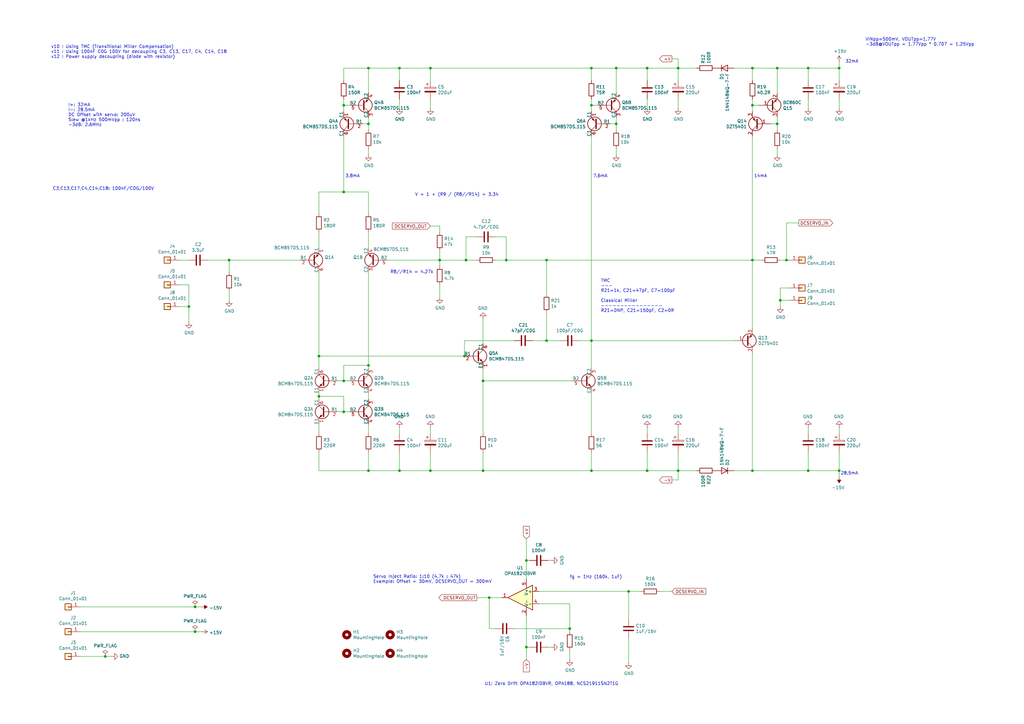
<source format=kicad_sch>
(kicad_sch (version 20231120) (generator "eeschema") (generator_version "8.0")
  (paper "A3")
  (title_block (title "Discrete Pre-Amp") (date "2025-02-11") (rev "V12 Servo"))
  (lib_symbols
    (symbol "Amplifier_Operational:OPA188xxDBV" (pin_names (offset 0.127))
      (property "Reference" "U" (at 0 5.08 0))
      (property "Value" "OPA188xxDBV" (at 0 -5.08 0))
      (symbol "OPA188xxDBV_0_1"
        (polyline (pts (xy -5.08 5.08) (xy 5.08 0) (xy -5.08 -5.08) (xy -5.08 5.08)) (stroke (width 0.254)) (fill (type background)))
        (pin power_in line (at -2.54 -7.62 90) (length 3.81) (name "V-") (number "2"))
        (pin power_in line (at -2.54 7.62 270) (length 3.81) (name "V+") (number "5"))
      )
      (symbol "OPA188xxDBV_1_1"
        (pin output line (at 7.62 0 180) (length 2.54) (name "~") (number "1"))
        (pin input line (at -7.62 2.54 0) (length 2.54) (name "+") (number "3"))
        (pin input line (at -7.62 -2.54 0) (length 2.54) (name "-") (number "4"))
      )
    )
    (symbol "Connector_Generic:Conn_01x01" (pin_names (offset 1.016) hide)
      (property "Reference" "J" (at 0 2.54 0))
      (property "Value" "Conn_01x01" (at 0 -2.54 0))
      (symbol "Conn_01x01_1_1"
        (rectangle (start -1.27 0.127) (end 0 -0.127) (stroke (width 0.1524)))
        (rectangle (start -1.27 1.27) (end 1.27 -1.27) (stroke (width 0.254)) (fill (type background)))
        (pin passive line (at -5.08 0 0) (length 3.81) (name "Pin_1") (number "1"))
      )
    )
    (symbol "Device:C" (pin_numbers hide) (pin_names (offset 0.254))
      (property "Reference" "C" (at 0.635 2.54 0))
      (property "Value" "C" (at 0.635 -2.54 0))
      (symbol "C_0_1"
        (polyline (pts (xy -2.032 -0.762) (xy 2.032 -0.762)) (stroke (width 0.508)))
        (polyline (pts (xy -2.032 0.762) (xy 2.032 0.762)) (stroke (width 0.508)))
      )
      (symbol "C_1_1"
        (pin passive line (at 0 3.81 270) (length 2.794) (name "~") (number "1"))
        (pin passive line (at 0 -3.81 90) (length 2.794) (name "~") (number "2"))
      )
    )
    (symbol "Device:C_Polarized" (pin_numbers hide) (pin_names (offset 0.254))
      (property "Reference" "C" (at 0.635 2.54 0))
      (property "Value" "C_Polarized" (at 0.635 -2.54 0))
      (symbol "C_Polarized_0_1"
        (rectangle (start -2.286 0.508) (end 2.286 1.016))
        (polyline (pts (xy -1.778 2.286) (xy -0.762 2.286)))
        (polyline (pts (xy -1.27 2.794) (xy -1.27 1.778)))
        (rectangle (start 2.286 -0.508) (end -2.286 -1.016) (fill (type outline)))
      )
      (symbol "C_Polarized_1_1"
        (pin passive line (at 0 3.81 270) (length 2.794) (name "~") (number "1"))
        (pin passive line (at 0 -3.81 90) (length 2.794) (name "~") (number "2"))
      )
    )
    (symbol "Device:R" (pin_numbers hide) (pin_names (offset 0))
      (property "Reference" "R" (at 2.032 0 90))
      (property "Value" "R" (at 0 0 90))
      (symbol "R_0_1"
        (rectangle (start -1.016 -2.54) (end 1.016 2.54) (stroke (width 0.254)))
      )
      (symbol "R_1_1"
        (pin passive line (at 0 3.81 270) (length 1.27) (name "~") (number "1"))
        (pin passive line (at 0 -3.81 90) (length 1.27) (name "~") (number "2"))
      )
    )
    (symbol "Diode:1N4148W" (pin_numbers hide) (pin_names hide)
      (property "Reference" "D" (at 0 2.54 0))
      (property "Value" "1N4148W" (at 0 -2.54 0))
      (symbol "1N4148W_0_1"
        (polyline (pts (xy -1.27 1.27) (xy -1.27 -1.27)) (stroke (width 0.254)))
        (polyline (pts (xy 1.27 0) (xy -1.27 0)))
        (polyline (pts (xy 1.27 1.27) (xy 1.27 -1.27) (xy -1.27 0) (xy 1.27 1.27)) (stroke (width 0.254)))
      )
      (symbol "1N4148W_1_1"
        (pin passive line (at -3.81 0 0) (length 2.54) (name "K") (number "1"))
        (pin passive line (at 3.81 0 180) (length 2.54) (name "A") (number "2"))
      )
    )
    (symbol "Mechanical:MountingHole" (pin_names (offset 1.016))
      (property "Reference" "H" (at 0 5.08 0))
      (property "Value" "MountingHole" (at 0 3.175 0))
      (symbol "MountingHole_0_1"
        (circle (center 0 0) (radius 1.27) (stroke (width 1.27)))
      )
    )
    (symbol "Transistor_BJT:BC860" (pin_names (offset 0) hide)
      (property "Reference" "Q" (at 5.08 1.905 0))
      (property "Value" "BC860" (at 5.08 0 0))
      (symbol "BC860_0_1"
        (polyline (pts (xy 0.635 0.635) (xy 2.54 2.54)))
        (polyline (pts (xy 0.635 -0.635) (xy 2.54 -2.54) (xy 2.54 -2.54)))
        (polyline (pts (xy 0.635 1.905) (xy 0.635 -1.905) (xy 0.635 -1.905)) (stroke (width 0.508)))
        (polyline (pts (xy 2.286 -1.778) (xy 1.778 -2.286) (xy 1.27 -1.27) (xy 2.286 -1.778) (xy 2.286 -1.778)) (fill (type outline)))
        (circle (center 1.27 0) (radius 2.8194) (stroke (width 0.254)))
      )
      (symbol "BC860_1_1"
        (pin input line (at -5.08 0 0) (length 5.715) (name "B") (number "1"))
        (pin passive line (at 2.54 -5.08 90) (length 2.54) (name "E") (number "2"))
        (pin passive line (at 2.54 5.08 270) (length 2.54) (name "C") (number "3"))
      )
    )
    (symbol "kicad-snk:BCM847DS,115" (pin_names (offset 0))
      (property "Reference" "Q" (at 5.08 1.27 0))
      (property "Value" "BCM847DS,115" (at 5.08 -1.27 0))
      (symbol "BCM847DS,115_0_1"
        (polyline (pts (xy 0.635 0) (xy -2.54 0)))
        (polyline (pts (xy 0.635 0.635) (xy 2.54 2.54)))
        (polyline (pts (xy 0.635 -0.635) (xy 2.54 -2.54) (xy 2.54 -2.54)))
        (polyline (pts (xy 0.635 1.905) (xy 0.635 -1.905) (xy 0.635 -1.905)) (stroke (width 0.508)))
        (polyline (pts (xy 1.27 -1.778) (xy 1.778 -1.27) (xy 2.286 -2.286) (xy 1.27 -1.778) (xy 1.27 -1.778)) (fill (type outline)))
        (circle (center 1.27 0) (radius 2.8194) (stroke (width 0.254)))
      )
      (symbol "BCM847DS,115_1_1"
        (pin passive line (at 2.54 -5.08 90) (length 2.54) (name "E1") (number "1"))
        (pin input line (at -5.08 0 0) (length 2.54) (name "B1") (number "2"))
        (pin passive line (at 2.54 5.08 270) (length 2.54) (name "C1") (number "6"))
      )
      (symbol "BCM847DS,115_2_1"
        (pin passive line (at 2.54 5.08 270) (length 2.54) (name "C2") (number "3"))
        (pin passive line (at 2.54 -5.08 90) (length 2.54) (name "E2") (number "4"))
        (pin input line (at -5.08 0 0) (length 2.54) (name "B2") (number "5"))
      )
    )
    (symbol "kicad-snk:BCM857DS,115" (pin_names (offset 0))
      (property "Reference" "Q" (at 5.08 1.27 0))
      (property "Value" "BCM857DS,115" (at 5.08 -1.27 0))
      (symbol "BCM857DS,115_0_1"
        (polyline (pts (xy 0.635 0) (xy -2.54 0)))
        (polyline (pts (xy 0.635 0.635) (xy 2.54 2.54)))
        (polyline (pts (xy 0.635 -0.635) (xy 2.54 -2.54) (xy 2.54 -2.54)))
        (polyline (pts (xy 0.635 1.905) (xy 0.635 -1.905) (xy 0.635 -1.905)) (stroke (width 0.508)))
        (polyline (pts (xy 2.286 -1.778) (xy 1.778 -2.286) (xy 1.27 -1.27) (xy 2.286 -1.778) (xy 2.286 -1.778)) (fill (type outline)))
        (circle (center 1.27 0) (radius 2.8194) (stroke (width 0.254)))
      )
      (symbol "BCM857DS,115_1_1"
        (pin passive line (at 2.54 -5.08 90) (length 2.54) (name "E1") (number "1"))
        (pin input line (at -5.08 0 0) (length 2.54) (name "B1") (number "2"))
        (pin passive line (at 2.54 5.08 270) (length 2.54) (name "C1") (number "6"))
      )
      (symbol "BCM857DS,115_2_1"
        (pin passive line (at 2.54 5.08 270) (length 2.54) (name "C2") (number "3"))
        (pin passive line (at 2.54 -5.08 90) (length 2.54) (name "E2") (number "4"))
        (pin input line (at -5.08 0 0) (length 2.54) (name "B2") (number "5"))
      )
    )
    (symbol "kicad-snk:DZT5401" (pin_names (offset 0) hide)
      (property "Reference" "Q" (at 5.08 1.905 0))
      (property "Value" "kicad-snk_DZT5401" (at 5.08 0 0))
      (symbol "DZT5401_0_1"
        (polyline (pts (xy 0.635 0.635) (xy 2.54 2.54)))
        (polyline (pts (xy 0.635 -0.635) (xy 2.54 -2.54) (xy 2.54 -2.54)))
        (polyline (pts (xy 0.635 1.905) (xy 0.635 -1.905) (xy 0.635 -1.905)) (stroke (width 0.508)))
        (polyline (pts (xy 2.286 -1.778) (xy 1.778 -2.286) (xy 1.27 -1.27) (xy 2.286 -1.778) (xy 2.286 -1.778)) (fill (type outline)))
        (circle (center 1.27 0) (radius 2.8194) (stroke (width 0.254)))
      )
      (symbol "DZT5401_1_1"
        (pin input line (at -5.08 0 0) (length 5.715) (name "B") (number "1"))
        (pin passive line (at 2.54 5.08 270) (length 2.54) (name "C") (number "2"))
        (pin passive line (at 2.54 -5.08 90) (length 2.54) (name "E") (number "3"))
      )
    )
    (symbol "power:+15V" (power) (pin_names (offset 0))
      (property "Value" "+15V" (at 0 3.556 0))
      (symbol "+15V_0_1"
        (polyline (pts (xy -0.762 1.27) (xy 0 2.54)))
        (polyline (pts (xy 0 0) (xy 0 2.54)))
        (polyline (pts (xy 0 2.54) (xy 0.762 1.27)))
      )
      (symbol "+15V_1_1"
        (pin power_in line (at 0 0 90) (length 0) hide (name "+15V") (number "1"))
      )
    )
    (symbol "power:-15V" (power) (pin_names (offset 0))
      (property "Value" "-15V" (at 0 3.81 0))
      (symbol "-15V_0_0"
        (pin power_in line (at 0 0 90) (length 0) hide (name "-15V") (number "1"))
      )
      (symbol "-15V_0_1"
        (polyline (pts (xy 0 0) (xy 0 1.27) (xy 0.762 1.27) (xy 0 2.54) (xy -0.762 1.27) (xy 0 1.27)) (fill (type outline)))
      )
    )
    (symbol "power:GND" (power) (pin_names (offset 0))
      (property "Value" "GND" (at 0 -3.81 0))
      (symbol "GND_0_1"
        (polyline (pts (xy 0 0) (xy 0 -1.27) (xy 1.27 -1.27) (xy 0 -2.54) (xy -1.27 -1.27) (xy 0 -1.27)))
      )
      (symbol "GND_1_1"
        (pin power_in line (at 0 0 270) (length 0) hide (name "GND") (number "1"))
      )
    )
    (symbol "power:PWR_FLAG" (power) (pin_numbers hide) (pin_names (offset 0) hide)
      (property "Value" "PWR_FLAG" (at 0 3.81 0))
      (symbol "PWR_FLAG_0_0"
        (pin power_out line (at 0 0 90) (length 0) (name "pwr") (number "1"))
      )
      (symbol "PWR_FLAG_0_1"
        (polyline (pts (xy 0 0) (xy 0 1.27) (xy -1.016 1.905) (xy 0 2.54) (xy 1.016 1.905) (xy 0 1.27)))
      )
    )
  )
  (junction (at 308.61 193.04))
  (junction (at 140.97 43.18))
  (junction (at 163.83 193.04))
  (junction (at 140.97 168.91))
  (junction (at 80.01 248.92))
  (junction (at 140.97 156.21))
  (junction (at 224.155 139.7))
  (junction (at 252.73 27.94))
  (junction (at 151.13 149.86))
  (junction (at 80.01 259.08))
  (junction (at 320.04 123.19))
  (junction (at 252.73 50.8))
  (junction (at 318.77 50.8))
  (junction (at 130.81 162.56))
  (junction (at 93.98 106.68))
  (junction (at 198.12 156.21))
  (junction (at 322.58 106.68))
  (junction (at 278.13 193.04))
  (junction (at 224.155 106.68))
  (junction (at 176.53 27.94))
  (junction (at 308.61 106.68))
  (junction (at 242.57 27.94))
  (junction (at 242.57 193.04))
  (junction (at 198.12 193.04))
  (junction (at 265.43 193.04))
  (junction (at 207.645 106.68))
  (junction (at 318.77 27.94))
  (junction (at 151.13 193.04))
  (junction (at 242.57 139.7))
  (junction (at 163.83 27.94))
  (junction (at 265.43 27.94))
  (junction (at 215.9 265.43))
  (junction (at 77.47 125.73))
  (junction (at 233.68 257.81))
  (junction (at 151.13 27.94))
  (junction (at 190.5 146.05))
  (junction (at 140.97 78.74))
  (junction (at 130.81 146.05))
  (junction (at 215.9 229.87))
  (junction (at 344.17 193.04))
  (junction (at 43.18 269.24))
  (junction (at 151.13 50.8))
  (junction (at 257.81 242.57))
  (junction (at 200.66 245.11))
  (junction (at 331.47 193.04))
  (junction (at 308.61 27.94))
  (junction (at 176.53 193.04))
  (junction (at 278.13 27.94))
  (junction (at 242.57 43.18))
  (junction (at 191.135 106.68))
  (junction (at 331.47 27.94))
  (junction (at 344.17 27.94))
  (junction (at 308.61 43.18))
  (junction (at 180.34 106.68))
  (wire (pts (xy 323.85 106.68) (xy 322.58 106.68)))
  (wire (pts (xy 33.02 259.08) (xy 80.01 259.08)))
  (wire (pts (xy 190.5 139.7) (xy 210.82 139.7)))
  (wire (pts (xy 77.47 116.84) (xy 77.47 125.73)))
  (wire (pts (xy 327.66 91.44) (xy 322.58 91.44)))
  (wire (pts (xy 237.49 139.7) (xy 242.57 139.7)))
  (wire (pts (xy 233.68 266.7) (xy 233.68 270.51)))
  (wire (pts (xy 278.13 177.8) (xy 278.13 175.26)))
  (wire (pts (xy 180.34 106.68) (xy 191.135 106.68)))
  (wire (pts (xy 203.2 257.81) (xy 200.66 257.81)))
  (wire (pts (xy 242.57 185.42) (xy 242.57 193.04)))
  (wire (pts (xy 163.83 27.94) (xy 176.53 27.94)))
  (wire (pts (xy 176.53 40.64) (xy 176.53 44.45)))
  (wire (pts (xy 130.81 193.04) (xy 130.81 185.42)))
  (wire (pts (xy 130.81 146.05) (xy 130.81 151.13)))
  (wire (pts (xy 308.61 55.88) (xy 308.61 106.68)))
  (wire (pts (xy 323.85 118.11) (xy 320.04 118.11)))
  (wire (pts (xy 252.73 60.96) (xy 252.73 63.5)))
  (wire (pts (xy 85.09 106.68) (xy 93.98 106.68)))
  (wire (pts (xy 198.12 151.13) (xy 198.12 156.21)))
  (wire (pts (xy 265.43 193.04) (xy 265.43 185.42)))
  (wire (pts (xy 252.73 27.94) (xy 265.43 27.94)))
  (wire (pts (xy 73.66 125.73) (xy 77.47 125.73)))
  (wire (pts (xy 217.17 229.87) (xy 215.9 229.87)))
  (wire (pts (xy 233.68 259.08) (xy 233.68 257.81)))
  (wire (pts (xy 300.99 27.94) (xy 308.61 27.94)))
  (wire (pts (xy 195.58 245.11) (xy 200.66 245.11)))
  (wire (pts (xy 242.57 27.94) (xy 242.57 33.02)))
  (wire (pts (xy 242.57 43.18) (xy 245.11 43.18)))
  (wire (pts (xy 278.13 33.02) (xy 278.13 27.94)))
  (wire (pts (xy 151.13 193.04) (xy 130.81 193.04)))
  (wire (pts (xy 224.155 128.27) (xy 224.155 139.7)))
  (wire (pts (xy 140.97 78.74) (xy 130.81 78.74)))
  (wire (pts (xy 242.57 27.94) (xy 252.73 27.94)))
  (wire (pts (xy 224.155 106.68) (xy 224.155 120.65)))
  (wire (pts (xy 318.77 27.94) (xy 318.77 38.1)))
  (wire (pts (xy 138.43 168.91) (xy 140.97 168.91)))
  (wire (pts (xy 151.13 78.74) (xy 140.97 78.74)))
  (wire (pts (xy 270.51 242.57) (xy 275.59 242.57)))
  (wire (pts (xy 265.43 27.94) (xy 278.13 27.94)))
  (wire (pts (xy 130.81 177.8) (xy 130.81 173.99)))
  (wire (pts (xy 220.98 242.57) (xy 257.81 242.57)))
  (wire (pts (xy 318.77 27.94) (xy 331.47 27.94)))
  (wire (pts (xy 218.44 139.7) (xy 224.155 139.7)))
  (wire (pts (xy 140.97 27.94) (xy 151.13 27.94)))
  (wire (pts (xy 300.99 193.04) (xy 308.61 193.04)))
  (wire (pts (xy 138.43 156.21) (xy 140.97 156.21)))
  (wire (pts (xy 151.13 27.94) (xy 151.13 38.1)))
  (wire (pts (xy 210.82 257.81) (xy 233.68 257.81)))
  (wire (pts (xy 265.43 177.8) (xy 265.43 175.26)))
  (wire (pts (xy 140.97 156.21) (xy 143.51 156.21)))
  (wire (pts (xy 318.77 60.96) (xy 318.77 63.5)))
  (wire (pts (xy 140.97 43.18) (xy 140.97 45.72)))
  (wire (pts (xy 73.66 106.68) (xy 77.47 106.68)))
  (wire (pts (xy 151.13 87.63) (xy 151.13 78.74)))
  (wire (pts (xy 316.23 50.8) (xy 318.77 50.8)))
  (wire (pts (xy 308.61 27.94) (xy 308.61 33.02)))
  (wire (pts (xy 158.75 106.68) (xy 180.34 106.68)))
  (wire (pts (xy 77.47 116.84) (xy 73.66 116.84)))
  (wire (pts (xy 344.17 193.04) (xy 344.17 195.58)))
  (wire (pts (xy 140.97 43.18) (xy 143.51 43.18)))
  (wire (pts (xy 151.13 161.29) (xy 151.13 163.83)))
  (wire (pts (xy 163.83 193.04) (xy 176.53 193.04)))
  (wire (pts (xy 278.13 196.85) (xy 278.13 193.04)))
  (wire (pts (xy 252.73 48.26) (xy 252.73 50.8)))
  (wire (pts (xy 331.47 177.8) (xy 331.47 175.26)))
  (wire (pts (xy 242.57 193.04) (xy 265.43 193.04)))
  (wire (pts (xy 130.81 162.56) (xy 140.97 162.56)))
  (wire (pts (xy 331.47 193.04) (xy 331.47 185.42)))
  (wire (pts (xy 191.135 97.155) (xy 195.58 97.155)))
  (wire (pts (xy 278.13 193.04) (xy 285.75 193.04)))
  (wire (pts (xy 151.13 27.94) (xy 163.83 27.94)))
  (wire (pts (xy 242.57 151.13) (xy 242.57 139.7)))
  (wire (pts (xy 198.12 140.97) (xy 198.12 130.81)))
  (wire (pts (xy 176.53 193.04) (xy 176.53 185.42)))
  (wire (pts (xy 308.61 106.68) (xy 308.61 134.62)))
  (wire (pts (xy 215.9 265.43) (xy 215.9 270.51)))
  (wire (pts (xy 207.645 106.68) (xy 224.155 106.68)))
  (wire (pts (xy 93.98 123.19) (xy 93.98 119.38)))
  (wire (pts (xy 151.13 149.86) (xy 151.13 151.13)))
  (wire (pts (xy 344.17 177.8) (xy 344.17 175.26)))
  (wire (pts (xy 344.17 40.64) (xy 344.17 44.45)))
  (wire (pts (xy 200.66 257.81) (xy 200.66 245.11)))
  (wire (pts (xy 151.13 193.04) (xy 163.83 193.04)))
  (wire (pts (xy 322.58 91.44) (xy 322.58 106.68)))
  (wire (pts (xy 252.73 50.8) (xy 252.73 53.34)))
  (wire (pts (xy 180.34 109.22) (xy 180.34 106.68)))
  (wire (pts (xy 163.83 33.02) (xy 163.83 27.94)))
  (wire (pts (xy 130.81 78.74) (xy 130.81 87.63)))
  (wire (pts (xy 250.19 50.8) (xy 252.73 50.8)))
  (wire (pts (xy 308.61 193.04) (xy 331.47 193.04)))
  (wire (pts (xy 242.57 139.7) (xy 300.99 139.7)))
  (wire (pts (xy 344.17 27.94) (xy 331.47 27.94)))
  (wire (pts (xy 215.9 252.73) (xy 215.9 265.43)))
  (wire (pts (xy 278.13 193.04) (xy 265.43 193.04)))
  (wire (pts (xy 163.83 177.8) (xy 163.83 175.26)))
  (wire (pts (xy 140.97 40.64) (xy 140.97 43.18)))
  (wire (pts (xy 226.06 265.43) (xy 224.79 265.43)))
  (wire (pts (xy 226.06 229.87) (xy 224.79 229.87)))
  (wire (pts (xy 93.98 106.68) (xy 123.19 106.68)))
  (wire (pts (xy 265.43 33.02) (xy 265.43 27.94)))
  (wire (pts (xy 151.13 111.76) (xy 151.13 149.86)))
  (wire (pts (xy 242.57 43.18) (xy 242.57 45.72)))
  (wire (pts (xy 203.2 97.155) (xy 207.645 97.155)))
  (wire (pts (xy 180.34 95.25) (xy 180.34 92.71)))
  (wire (pts (xy 242.57 161.29) (xy 242.57 177.8)))
  (wire (pts (xy 331.47 33.02) (xy 331.47 27.94)))
  (wire (pts (xy 176.53 27.94) (xy 242.57 27.94)))
  (wire (pts (xy 278.13 40.64) (xy 278.13 44.45)))
  (wire (pts (xy 312.42 106.68) (xy 308.61 106.68)))
  (wire (pts (xy 318.77 48.26) (xy 318.77 50.8)))
  (wire (pts (xy 198.12 156.21) (xy 198.12 177.8)))
  (wire (pts (xy 180.34 116.84) (xy 180.34 121.92)))
  (wire (pts (xy 344.17 25.4) (xy 344.17 27.94)))
  (wire (pts (xy 344.17 33.02) (xy 344.17 27.94)))
  (wire (pts (xy 224.155 106.68) (xy 308.61 106.68)))
  (wire (pts (xy 198.12 185.42) (xy 198.12 193.04)))
  (wire (pts (xy 198.12 156.21) (xy 234.95 156.21)))
  (wire (pts (xy 318.77 50.8) (xy 318.77 53.34)))
  (wire (pts (xy 140.97 162.56) (xy 140.97 168.91)))
  (wire (pts (xy 278.13 193.04) (xy 278.13 185.42)))
  (wire (pts (xy 323.85 123.19) (xy 320.04 123.19)))
  (wire (pts (xy 191.135 106.68) (xy 195.58 106.68)))
  (wire (pts (xy 180.34 102.87) (xy 180.34 106.68)))
  (wire (pts (xy 278.13 27.94) (xy 285.75 27.94)))
  (wire (pts (xy 140.97 27.94) (xy 140.97 33.02)))
  (wire (pts (xy 308.61 40.64) (xy 308.61 43.18)))
  (wire (pts (xy 163.83 193.04) (xy 163.83 185.42)))
  (wire (pts (xy 180.34 92.71) (xy 176.53 92.71)))
  (wire (pts (xy 207.645 97.155) (xy 207.645 106.68)))
  (wire (pts (xy 43.18 269.24) (xy 45.72 269.24)))
  (wire (pts (xy 275.59 196.85) (xy 278.13 196.85)))
  (wire (pts (xy 308.61 144.78) (xy 308.61 193.04)))
  (wire (pts (xy 151.13 101.6) (xy 151.13 95.25)))
  (wire (pts (xy 77.47 125.73) (xy 77.47 132.08)))
  (wire (pts (xy 130.81 101.6) (xy 130.81 95.25)))
  (wire (pts (xy 151.13 185.42) (xy 151.13 193.04)))
  (wire (pts (xy 344.17 193.04) (xy 331.47 193.04)))
  (wire (pts (xy 176.53 177.8) (xy 176.53 175.26)))
  (wire (pts (xy 233.68 257.81) (xy 233.68 247.65)))
  (wire (pts (xy 344.17 193.04) (xy 344.17 185.42)))
  (wire (pts (xy 130.81 111.76) (xy 130.81 146.05)))
  (wire (pts (xy 151.13 50.8) (xy 151.13 53.34)))
  (wire (pts (xy 130.81 162.56) (xy 130.81 163.83)))
  (wire (pts (xy 224.155 139.7) (xy 229.87 139.7)))
  (wire (pts (xy 242.57 55.88) (xy 242.57 139.7)))
  (wire (pts (xy 80.01 259.08) (xy 82.55 259.08)))
  (wire (pts (xy 191.135 97.155) (xy 191.135 106.68)))
  (wire (pts (xy 257.81 254) (xy 257.81 242.57)))
  (wire (pts (xy 331.47 44.45) (xy 331.47 40.64)))
  (wire (pts (xy 93.98 111.76) (xy 93.98 106.68)))
  (wire (pts (xy 130.81 146.05) (xy 190.5 146.05)))
  (wire (pts (xy 33.02 269.24) (xy 43.18 269.24)))
  (wire (pts (xy 130.81 161.29) (xy 130.81 162.56)))
  (wire (pts (xy 233.68 247.65) (xy 220.98 247.65)))
  (wire (pts (xy 308.61 27.94) (xy 318.77 27.94)))
  (wire (pts (xy 278.13 24.13) (xy 278.13 27.94)))
  (wire (pts (xy 163.83 44.45) (xy 163.83 40.64)))
  (wire (pts (xy 217.17 265.43) (xy 215.9 265.43)))
  (wire (pts (xy 203.2 106.68) (xy 207.645 106.68)))
  (wire (pts (xy 190.5 139.7) (xy 190.5 146.05)))
  (wire (pts (xy 257.81 242.57) (xy 262.89 242.57)))
  (wire (pts (xy 320.04 118.11) (xy 320.04 123.19)))
  (wire (pts (xy 151.13 48.26) (xy 151.13 50.8)))
  (wire (pts (xy 140.97 55.88) (xy 140.97 78.74)))
  (wire (pts (xy 215.9 220.98) (xy 215.9 229.87)))
  (wire (pts (xy 242.57 40.64) (xy 242.57 43.18)))
  (wire (pts (xy 140.97 156.21) (xy 140.97 149.86)))
  (wire (pts (xy 151.13 177.8) (xy 151.13 173.99)))
  (wire (pts (xy 252.73 27.94) (xy 252.73 38.1)))
  (wire (pts (xy 215.9 229.87) (xy 215.9 237.49)))
  (wire (pts (xy 33.02 248.92) (xy 80.01 248.92)))
  (wire (pts (xy 140.97 149.86) (xy 151.13 149.86)))
  (wire (pts (xy 176.53 193.04) (xy 198.12 193.04)))
  (wire (pts (xy 308.61 43.18) (xy 308.61 45.72)))
  (wire (pts (xy 265.43 44.45) (xy 265.43 40.64)))
  (wire (pts (xy 140.97 168.91) (xy 143.51 168.91)))
  (wire (pts (xy 322.58 106.68) (xy 320.04 106.68)))
  (wire (pts (xy 320.04 123.19) (xy 320.04 125.73)))
  (wire (pts (xy 200.66 245.11) (xy 205.74 245.11)))
  (wire (pts (xy 198.12 193.04) (xy 242.57 193.04)))
  (wire (pts (xy 308.61 43.18) (xy 311.15 43.18)))
  (wire (pts (xy 80.01 248.92) (xy 82.55 248.92)))
  (wire (pts (xy 176.53 33.02) (xy 176.53 27.94)))
  (wire (pts (xy 257.81 271.78) (xy 257.81 261.62)))
  (wire (pts (xy 151.13 60.96) (xy 151.13 63.5)))
  (wire (pts (xy 275.59 24.13) (xy 278.13 24.13)))
  (wire (pts (xy 148.59 50.8) (xy 151.13 50.8)))
  (text "V = 1 + (R9 / (R8//R14) = 3.34" (at 170.18 80.645 0) (effects (font (size 1.27 1.27)) (justify left bottom)))
  (text "U1: Zero Drift OPA182IDBVR, OPA188, NCS21911SN2T1G" (at 198.755 281.305 0) (effects (font (size 1.27 1.27)) (justify left bottom)))
  (text "I+: 32mA\nI-: 28.5mA\nDC Offset with servo: 200uV\nSlew @1kHz 500mVpp : 120ns\n-3dB: 2.6MHz" (at 27.94 52.07 0) (effects (font (size 1.27 1.27)) (justify left bottom)))
  (text "32mA" (at 346.71 26.035 0) (effects (font (size 1.27 1.27)) (justify left bottom)))
  (text "R8//R14 = 4.27k" (at 160.02 112.395 0) (effects (font (size 1.27 1.27)) (justify left bottom)))
  (text "TMC\n---\nR21=1k, C21=47pF, C7=100pF\n\nClassical Miller\n----------------\nR21=DNP, C21=150pF, C2=0R" (at 246.38 128.27 0) (effects (font (size 1.27 1.27)) (justify left bottom)))
  (text "3.8mA" (at 141.605 73.025 0) (effects (font (size 1.27 1.27)) (justify left bottom)))
  (text "Servo Inject Ratio: 1:10 (4.7k : 47k)\nExample: Offset = 30mV, DCSERVO_OUT = 300mV" (at 153.035 239.395 0) (effects (font (size 1.27 1.27)) (justify left bottom)))
  (text "C3,C13,C17,C4,C14,C18: 100nF/COG/100V" (at 21.59 77.47 0) (effects (font (size 1.27 1.27)) (justify left)))
  (text "14mA" (at 309.245 73.025 0) (effects (font (size 1.27 1.27)) (justify left bottom)))
  (text "v10 : Using TMC (Transitional Miller Compensation)\nv11 : Using 100nF C0G 100V for decoupling C3, C13, C17, C4, C14, C18\nv12 : Power supply decoupling (diode with resistor)" (at 20.955 24.13 0) (effects (font (size 1.27 1.27)) (justify left bottom)))
  (text "28.5mA" (at 344.805 194.945 0) (effects (font (size 1.27 1.27)) (justify left bottom)))
  (text "fg = 1Hz (160k, 1uF)" (at 233.68 237.49 0) (effects (font (size 1.27 1.27)) (justify left bottom)))
  (text "VINpp=500mV, VOUTpp=1.77V\n-3dB@VOUTpp = 1.77Vpp * 0.707 = 1.25Vpp" (at 354.965 19.05 0) (effects (font (size 1.27 1.27)) (justify left bottom)))
  (text "7.6mA" (at 243.205 73.025 0) (effects (font (size 1.27 1.27)) (justify left bottom)))
  (global_label "DCSERVO_IN" (shape output) (at 327.66 91.44 0) (property "Intersheetrefs" "${INTERSHEET_REFS}" (effects (hide yes))))
  (global_label "DCSERVO_IN" (shape input) (at 275.59 242.57 0) (property "Intersheetrefs" "${INTERSHEET_REFS}" (effects (hide yes))))
  (global_label "-V" (shape input) (at 215.9 270.51 270) (property "Intersheetrefs" "${INTERSHEET_REFS}" (effects (hide yes))))
  (global_label "DCSERVO_OUT" (shape output) (at 195.58 245.11 180) (property "Intersheetrefs" "${INTERSHEET_REFS}" (effects (hide yes))))
  (global_label "DCSERVO_OUT" (shape input) (at 176.53 92.71 180) (property "Intersheetrefs" "${INTERSHEET_REFS}" (effects (hide yes))))
  (global_label "+V" (shape input) (at 215.9 220.98 90) (property "Intersheetrefs" "${INTERSHEET_REFS}" (effects (hide yes))))
  (global_label "-V" (shape output) (at 275.59 196.85 180) (property "Intersheetrefs" "${INTERSHEET_REFS}" (effects (hide yes))))
  (global_label "+V" (shape output) (at 275.59 24.13 180) (property "Intersheetrefs" "${INTERSHEET_REFS}" (effects (hide yes))))
  (symbol (lib_id "Device:R") (at 151.13 181.61 0) (unit 1)
    (property "Reference" "R6" (at 152.908 180.4416 0) (effects (justify left)))
    (property "Value" "220R" (at 152.908 182.753 0) (effects (justify left)))
    (property "Footprint" "Resistor_SMD:R_0805_2012Metric_Pad1.20x1.40mm_HandSolder" (effects (hide yes)))
  )
  (symbol (lib_id "Device:C") (at 81.28 106.68 270) (unit 1)
    (property "Reference" "C2" (at 81.28 100.2792 90))
    (property "Value" "3.3uF" (at 81.28 102.5906 90))
    (property "Footprint" "Capacitor_THT:C_Rect_L7.2mm_W7.2mm_P5.00mm_FKS2_FKP2_MKS2_MKP2" (effects (hide yes)))
  )
  (symbol (lib_id "power:GND") (at 93.98 123.19 0) (unit 1)
    (property "Reference" "#PWR09" (effects (hide yes)))
    (property "Value" "GND" (at 94.107 127.5842 0))
  )
  (symbol (lib_id "Device:R") (at 130.81 181.61 0) (unit 1)
    (property "Reference" "R3" (at 132.588 180.4416 0) (effects (justify left)))
    (property "Value" "220R" (at 132.588 182.753 0) (effects (justify left)))
    (property "Footprint" "Resistor_SMD:R_0805_2012Metric_Pad1.20x1.40mm_HandSolder" (effects (hide yes)))
  )
  (symbol (lib_id "Device:R") (at 93.98 115.57 0) (unit 1)
    (property "Reference" "R1" (at 95.758 114.4016 0) (effects (justify left)))
    (property "Value" "10k" (at 95.758 116.713 0) (effects (justify left)))
    (property "Footprint" "Resistor_SMD:R_0805_2012Metric_Pad1.20x1.40mm_HandSolder" (effects (hide yes)))
  )
  (symbol (lib_id "Device:R") (at 180.34 113.03 0) (unit 1)
    (property "Reference" "R8" (at 182.118 111.8616 0) (effects (justify left)))
    (property "Value" "4.7k" (at 182.118 114.173 0) (effects (justify left)))
    (property "Footprint" "Resistor_SMD:R_0805_2012Metric_Pad1.20x1.40mm_HandSolder" (effects (hide yes)))
  )
  (symbol (lib_id "Device:R") (at 199.39 106.68 270) (unit 1)
    (property "Reference" "R9" (at 199.39 101.4222 90))
    (property "Value" "10k" (at 199.39 103.7336 90))
    (property "Footprint" "Resistor_SMD:R_0805_2012Metric_Pad1.20x1.40mm_HandSolder" (effects (hide yes)))
  )
  (symbol (lib_id "Device:R") (at 130.81 91.44 0) (unit 1)
    (property "Reference" "R2" (at 132.588 90.2716 0) (effects (justify left)))
    (property "Value" "180R" (at 132.588 92.583 0) (effects (justify left)))
    (property "Footprint" "Resistor_SMD:R_0805_2012Metric_Pad1.20x1.40mm_HandSolder" (effects (hide yes)))
  )
  (symbol (lib_id "Device:R") (at 151.13 91.44 0) (unit 1)
    (property "Reference" "R5" (at 152.908 90.2716 0) (effects (justify left)))
    (property "Value" "180R" (at 152.908 92.583 0) (effects (justify left)))
    (property "Footprint" "Resistor_SMD:R_0805_2012Metric_Pad1.20x1.40mm_HandSolder" (effects (hide yes)))
  )
  (symbol (lib_id "Device:R") (at 242.57 36.83 0) (unit 1)
    (property "Reference" "R11" (at 244.348 35.6616 0) (effects (justify left)))
    (property "Value" "75R" (at 244.348 37.973 0) (effects (justify left)))
    (property "Footprint" "Resistor_SMD:R_0805_2012Metric_Pad1.20x1.40mm_HandSolder" (effects (hide yes)))
  )
  (symbol (lib_id "Device:R") (at 198.12 181.61 0) (unit 1)
    (property "Reference" "R10" (at 199.898 180.4416 0) (effects (justify left)))
    (property "Value" "1k" (at 199.898 182.753 0) (effects (justify left)))
    (property "Footprint" "Resistor_SMD:R_0805_2012Metric_Pad1.20x1.40mm_HandSolder" (effects (hide yes)))
  )
  (symbol (lib_id "power:GND") (at 180.34 121.92 0) (unit 1)
    (property "Reference" "#PWR013" (effects (hide yes)))
    (property "Value" "GND" (at 180.467 126.3142 0))
  )
  (symbol (lib_id "Device:C") (at 233.68 139.7 270) (unit 1)
    (property "Reference" "C7" (at 233.68 133.2992 90))
    (property "Value" "100pF/C0G" (at 233.68 135.6106 90))
    (property "Footprint" "Capacitor_SMD:C_0805_2012Metric_Pad1.18x1.45mm_HandSolder" (effects (hide yes)))
  )
  (symbol (lib_id "power:GND") (at 198.12 130.81 180) (unit 1)
    (property "Reference" "#PWR014" (effects (hide yes)))
    (property "Value" "GND" (at 197.993 126.4158 0))
  )
  (symbol (lib_id "power:GND") (at 77.47 132.08 0) (unit 1)
    (property "Reference" "#PWR04" (effects (hide yes)))
    (property "Value" "GND" (at 77.597 136.4742 0))
  )
  (symbol (lib_id "Mechanical:MountingHole") (at 142.24 260.35 0) (unit 1)
    (property "Reference" "H1" (at 144.78 259.1816 0) (effects (justify left)))
    (property "Value" "MountingHole" (at 144.78 261.493 0) (effects (justify left)))
    (property "Footprint" "MountingHole:MountingHole_3.2mm_M3_Pad_Via" (effects (hide yes)))
  )
  (symbol (lib_id "Mechanical:MountingHole") (at 160.02 260.35 0) (unit 1)
    (property "Reference" "H3" (at 162.56 259.1816 0) (effects (justify left)))
    (property "Value" "MountingHole" (at 162.56 261.493 0) (effects (justify left)))
    (property "Footprint" "MountingHole:MountingHole_3.2mm_M3_Pad_Via" (effects (hide yes)))
  )
  (symbol (lib_id "Mechanical:MountingHole") (at 142.24 267.97 0) (unit 1)
    (property "Reference" "H2" (at 144.78 266.8016 0) (effects (justify left)))
    (property "Value" "MountingHole" (at 144.78 269.113 0) (effects (justify left)))
    (property "Footprint" "MountingHole:MountingHole_3.2mm_M3_Pad_Via" (effects (hide yes)))
  )
  (symbol (lib_id "Mechanical:MountingHole") (at 160.02 267.97 0) (unit 1)
    (property "Reference" "H4" (at 162.56 266.8016 0) (effects (justify left)))
    (property "Value" "MountingHole" (at 162.56 269.113 0) (effects (justify left)))
    (property "Footprint" "MountingHole:MountingHole_3.2mm_M3_Pad_Via" (effects (hide yes)))
  )
  (symbol (lib_id "Connector_Generic:Conn_01x01") (at 68.58 106.68 180) (unit 1)
    (property "Reference" "J4" (at 70.6628 100.965 0))
    (property "Value" "Conn_01x01" (at 70.6628 103.2764 0))
    (property "Footprint" "Connector_Pin:Pin_D1.0mm_L10.0mm" (effects (hide yes)))
  )
  (symbol (lib_id "Connector_Generic:Conn_01x01") (at 68.58 116.84 180) (unit 1)
    (property "Reference" "J5" (at 70.6628 111.125 0))
    (property "Value" "Conn_01x01" (at 70.6628 113.4364 0))
    (property "Footprint" "Connector_Pin:Pin_D1.0mm_L10.0mm" (effects (hide yes)))
  )
  (symbol (lib_id "power:+15V") (at 344.17 25.4 0) (unit 1)
    (property "Reference" "#PWR05" (effects (hide yes)))
    (property "Value" "+15V" (at 344.551 21.0058 0))
  )
  (symbol (lib_id "power:-15V") (at 344.17 195.58 180) (unit 1)
    (property "Reference" "#PWR08" (effects (hide yes)))
    (property "Value" "-15V" (at 343.789 199.9742 0))
  )
  (symbol (lib_id "Connector_Generic:Conn_01x01") (at 328.93 106.68 0) (unit 1)
    (property "Reference" "J6" (at 330.962 105.6132 0) (effects (justify left)))
    (property "Value" "Conn_01x01" (at 330.962 107.9246 0) (effects (justify left)))
    (property "Footprint" "Connector_Pin:Pin_D1.0mm_L10.0mm" (effects (hide yes)))
  )
  (symbol (lib_id "Connector_Generic:Conn_01x01") (at 328.93 118.11 0) (unit 1)
    (property "Reference" "J7" (at 330.962 117.0432 0) (effects (justify left)))
    (property "Value" "Conn_01x01" (at 330.962 119.3546 0) (effects (justify left)))
    (property "Footprint" "Connector_Pin:Pin_D1.0mm_L10.0mm" (effects (hide yes)))
  )
  (symbol (lib_id "Device:R") (at 316.23 106.68 270) (unit 1)
    (property "Reference" "R13" (at 316.23 101.4222 90))
    (property "Value" "47R" (at 316.23 103.7336 90))
    (property "Footprint" "Resistor_SMD:R_0805_2012Metric_Pad1.20x1.40mm_HandSolder" (effects (hide yes)))
  )
  (symbol (lib_id "power:GND") (at 320.04 125.73 0) (unit 1)
    (property "Reference" "#PWR015" (effects (hide yes)))
    (property "Value" "GND" (at 320.167 130.1242 0))
  )
  (symbol (lib_id "Connector_Generic:Conn_01x01") (at 27.94 259.08 180) (unit 1)
    (property "Reference" "J2" (at 30.0228 253.365 0))
    (property "Value" "Conn_01x01" (at 30.0228 255.6764 0))
    (property "Footprint" "Connector_Pin:Pin_D1.0mm_L10.0mm" (effects (hide yes)))
  )
  (symbol (lib_id "Connector_Generic:Conn_01x01") (at 27.94 269.24 180) (unit 1)
    (property "Reference" "J3" (at 30.0228 263.525 0))
    (property "Value" "Conn_01x01" (at 30.0228 265.8364 0))
    (property "Footprint" "Connector_Pin:Pin_D1.0mm_L10.0mm" (effects (hide yes)))
  )
  (symbol (lib_id "Connector_Generic:Conn_01x01") (at 27.94 248.92 180) (unit 1)
    (property "Reference" "J1" (at 30.0228 243.205 0))
    (property "Value" "Conn_01x01" (at 30.0228 245.5164 0))
    (property "Footprint" "Connector_Pin:Pin_D1.0mm_L10.0mm" (effects (hide yes)))
  )
  (symbol (lib_id "power:GND") (at 45.72 269.24 90) (unit 1)
    (property "Reference" "#PWR0101" (effects (hide yes)))
    (property "Value" "GND" (at 48.9712 269.113 90) (effects (justify right)))
  )
  (symbol (lib_id "power:+15V") (at 82.55 259.08 270) (unit 1)
    (property "Reference" "#PWR0102" (effects (hide yes)))
    (property "Value" "+15V" (at 85.8012 259.461 90) (effects (justify left)))
  )
  (symbol (lib_id "power:-15V") (at 82.55 248.92 270) (unit 1)
    (property "Reference" "#PWR0103" (effects (hide yes)))
    (property "Value" "-15V" (at 85.8012 249.301 90) (effects (justify left)))
  )
  (symbol (lib_id "power:PWR_FLAG") (at 43.18 269.24 0) (unit 1)
    (property "Reference" "#FLG0101" (effects (hide yes)))
    (property "Value" "PWR_FLAG" (at 43.18 264.8458 0))
  )
  (symbol (lib_id "power:PWR_FLAG") (at 80.01 248.92 0) (unit 1)
    (property "Reference" "#FLG0102" (effects (hide yes)))
    (property "Value" "PWR_FLAG" (at 80.01 244.5258 0))
  )
  (symbol (lib_id "power:PWR_FLAG") (at 80.01 259.08 0) (unit 1)
    (property "Reference" "#FLG0103" (effects (hide yes)))
    (property "Value" "PWR_FLAG" (at 80.01 254.6858 0))
  )
  (symbol (lib_id "Device:R") (at 266.7 242.57 270) (unit 1)
    (property "Reference" "R16" (at 266.7 237.3122 90))
    (property "Value" "160k" (at 266.7 239.6236 90))
    (property "Footprint" "Resistor_SMD:R_0805_2012Metric_Pad1.20x1.40mm_HandSolder" (effects (hide yes)))
  )
  (symbol (lib_id "Device:C") (at 257.81 257.81 180) (unit 1)
    (property "Reference" "C10" (at 260.731 256.6416 0) (effects (justify right)))
    (property "Value" "1uF/16V" (at 260.731 258.953 0) (effects (justify right)))
    (property "Footprint" "Capacitor_SMD:C_1210_3225Metric_Pad1.33x2.70mm_HandSolder" (effects (hide yes)))
  )
  (symbol (lib_id "Device:R") (at 233.68 262.89 0) (unit 1)
    (property "Reference" "R15" (at 235.458 261.7216 0) (effects (justify left)))
    (property "Value" "160k" (at 235.458 264.033 0) (effects (justify left)))
    (property "Footprint" "Resistor_SMD:R_0805_2012Metric_Pad1.20x1.40mm_HandSolder" (effects (hide yes)))
  )
  (symbol (lib_id "Device:C") (at 207.01 257.81 90) (unit 1)
    (property "Reference" "C6" (at 208.1784 260.731 0) (effects (justify right)))
    (property "Value" "1uF/16V" (at 205.867 260.731 0) (effects (justify right)))
    (property "Footprint" "Capacitor_SMD:C_1210_3225Metric_Pad1.33x2.70mm_HandSolder" (effects (hide yes)))
  )
  (symbol (lib_id "Device:C") (at 220.98 229.87 270) (unit 1)
    (property "Reference" "C8" (at 220.98 223.4692 90))
    (property "Value" "100nF" (at 220.98 225.7806 90))
    (property "Footprint" "Capacitor_SMD:C_0603_1608Metric_Pad1.08x0.95mm_HandSolder" (effects (hide yes)))
  )
  (symbol (lib_id "Device:C") (at 220.98 265.43 270) (unit 1)
    (property "Reference" "C9" (at 220.98 259.0292 90))
    (property "Value" "100nF" (at 220.98 261.3406 90))
    (property "Footprint" "Capacitor_SMD:C_0603_1608Metric_Pad1.08x0.95mm_HandSolder" (effects (hide yes)))
  )
  (symbol (lib_id "power:GND") (at 226.06 265.43 90) (unit 1)
    (property "Reference" "#PWR0106" (effects (hide yes)))
    (property "Value" "GND" (at 230.4542 265.303 0))
  )
  (symbol (lib_id "power:GND") (at 233.68 270.51 0) (unit 1)
    (property "Reference" "#PWR0107" (effects (hide yes)))
    (property "Value" "GND" (at 233.807 274.9042 0))
  )
  (symbol (lib_id "power:GND") (at 257.81 271.78 0) (unit 1)
    (property "Reference" "#PWR0108" (effects (hide yes)))
    (property "Value" "GND" (at 257.937 276.1742 0))
  )
  (symbol (lib_id "Amplifier_Operational:OPA188xxDBV") (at 213.36 245.11 0) (mirror y) (unit 1)
    (property "Reference" "U1" (at 213.36 232.8926 0))
    (property "Value" "OPA182IDBVR" (at 213.36 235.204 0))
    (property "Footprint" "Package_TO_SOT_SMD:TSOT-23-5" (effects (hide yes)))
    (property "Datasheet" "http://www.ti.com/lit/ds/symlink/opa188.pdf" (effects (hide yes)))
  )
  (symbol (lib_id "power:GND") (at 226.06 229.87 90) (unit 1)
    (property "Reference" "#PWR0109" (effects (hide yes)))
    (property "Value" "GND" (at 230.4542 229.743 0))
  )
  (symbol (lib_id "Device:R") (at 180.34 99.06 0) (unit 1)
    (property "Reference" "R14" (at 182.118 97.8916 0) (effects (justify left)))
    (property "Value" "47k" (at 182.118 100.203 0) (effects (justify left)))
    (property "Footprint" "Resistor_SMD:R_0805_2012Metric_Pad1.20x1.40mm_HandSolder" (effects (hide yes)))
  )
  (symbol (lib_id "Device:R") (at 140.97 36.83 0) (unit 1)
    (property "Reference" "R4" (at 142.748 35.6616 0) (effects (justify left)))
    (property "Value" "150R" (at 142.748 37.973 0) (effects (justify left)))
    (property "Footprint" "Resistor_SMD:R_0805_2012Metric_Pad1.20x1.40mm_HandSolder" (effects (hide yes)))
  )
  (symbol (lib_id "Device:R") (at 151.13 57.15 0) (unit 1)
    (property "Reference" "R7" (at 152.908 55.9816 0) (effects (justify left)))
    (property "Value" "10k" (at 152.908 58.293 0) (effects (justify left)))
    (property "Footprint" "Resistor_SMD:R_0805_2012Metric_Pad1.20x1.40mm_HandSolder" (effects (hide yes)))
  )
  (symbol (lib_id "power:GND") (at 151.13 63.5 0) (unit 1)
    (property "Reference" "#PWR0110" (effects (hide yes)))
    (property "Value" "GND" (at 151.257 67.8942 0))
  )
  (symbol (lib_id "power:GND") (at 278.13 175.26 180) (unit 1)
    (property "Reference" "#PWR0116" (effects (hide yes)))
    (property "Value" "GND" (at 278.003 170.8658 0))
  )
  (symbol (lib_id "Device:C") (at 265.43 181.61 180) (unit 1)
    (property "Reference" "C14" (at 268.351 180.4416 0) (effects (justify right)))
    (property "Value" "100nF" (at 268.351 182.753 0) (effects (justify right)))
    (property "Footprint" "Capacitor_SMD:C_1206_3216Metric_Pad1.33x1.80mm_HandSolder" (effects (hide yes)))
  )
  (symbol (lib_id "Device:C") (at 163.83 181.61 180) (unit 1)
    (property "Reference" "C4" (at 166.751 180.4416 0) (effects (justify right)))
    (property "Value" "100nF" (at 166.751 182.753 0) (effects (justify right)))
    (property "Footprint" "Capacitor_SMD:C_1206_3216Metric_Pad1.33x1.80mm_HandSolder" (effects (hide yes)))
  )
  (symbol (lib_id "kicad-snk:DZT5401") (at 306.07 139.7 0) (mirror x) (unit 1)
    (property "Reference" "Q13" (at 310.896 138.5316 0) (effects (justify left)))
    (property "Value" "DZT5401" (at 310.896 140.843 0) (effects (justify left)))
    (property "Footprint" "Package_TO_SOT_SMD:SOT-223-3_TabPin2" (effects (hide yes)))
    (property "Datasheet" "https://www.diodes.com/assets/Datasheets/DZT5401.pdf" (effects (hide yes)))
  )
  (symbol (lib_id "power:GND") (at 163.83 44.45 0) (unit 1)
    (property "Reference" "#PWR0120" (effects (hide yes)))
    (property "Value" "GND" (at 163.957 48.8442 0))
  )
  (symbol (lib_id "kicad-snk:BCM857DS,115") (at 143.51 50.8 180) (unit 1)
    (property "Reference" "Q4" (at 138.6586 49.6316 0) (effects (justify left)))
    (property "Value" "BCM857DS,115" (at 138.6586 51.943 0) (effects (justify left)))
    (property "Footprint" "Package_TO_SOT_SMD:SC-74-6_1.55x2.9mm_P0.95mm" (effects (hide yes)))
    (property "Datasheet" "https://www.analog.com/media/en/technical-documentation/data-sheets/SSM2220.pdf" (effects (hide yes)))
  )
  (symbol (lib_id "Device:C") (at 199.39 97.155 270) (unit 1)
    (property "Reference" "C12" (at 199.39 90.7542 90))
    (property "Value" "4.7pF/C0G" (at 199.39 93.0656 90))
    (property "Footprint" "Capacitor_SMD:C_0805_2012Metric_Pad1.18x1.45mm_HandSolder" (effects (hide yes)))
  )
  (symbol (lib_id "Diode:1N4148W") (at 297.18 193.04 0) (mirror y) (unit 1)
    (property "Reference" "D2" (at 298.3484 191.008 90) (effects (justify left)))
    (property "Value" "1N4148WQ-7-F" (at 296.037 191.008 90) (effects (justify left)))
    (property "Footprint" "Diode_SMD:D_SOD-123" (effects (hide yes)))
    (property "Datasheet" "https://www.vishay.com/docs/85748/1n4148w.pdf" (effects (hide yes)))
    (property "Description" "75V 0.15A Fast Switching Diode, SOD-123" (effects (hide yes)))
    (property "Sim.Device" "D" (effects (hide yes)))
    (property "Sim.Pins" "1=K 2=A" (effects (hide yes)))
  )
  (symbol (lib_id "Device:C_Polarized") (at 344.17 36.83 0) (unit 1)
    (property "Reference" "C19" (at 347.1672 35.6616 0) (effects (justify left)))
    (property "Value" "220uF" (at 347.1672 37.973 0) (effects (justify left)))
    (property "Footprint" "Capacitor_THT:CP_Radial_D8.0mm_P3.50mm" (effects (hide yes)))
  )
  (symbol (lib_id "Device:C") (at 331.47 181.61 180) (unit 1)
    (property "Reference" "C18" (at 334.391 180.4416 0) (effects (justify right)))
    (property "Value" "100nF" (at 334.391 182.753 0) (effects (justify right)))
    (property "Footprint" "Capacitor_SMD:C_1206_3216Metric_Pad1.33x1.80mm_HandSolder" (effects (hide yes)))
  )
  (symbol (lib_id "power:GND") (at 252.73 63.5 0) (unit 1)
    (property "Reference" "#PWR0118" (effects (hide yes)))
    (property "Value" "GND" (at 252.857 67.8942 0))
  )
  (symbol (lib_id "kicad-snk:BCM847DS,115") (at 195.58 146.05 0) (unit 1)
    (property "Reference" "Q5" (at 200.4314 144.8816 0) (effects (justify left)))
    (property "Value" "BCM847DS,115" (at 200.4314 147.193 0) (effects (justify left)))
    (property "Footprint" "Package_TO_SOT_SMD:SC-74-6_1.55x2.9mm_P0.95mm" (effects (hide yes)))
    (property "Datasheet" "https://www.analog.com/media/en/technical-documentation/obsolete-data-sheets/SSM2210.pdf" (effects (hide yes)))
  )
  (symbol (lib_id "Device:R") (at 289.56 193.04 270) (unit 1)
    (property "Reference" "R22" (at 290.7284 194.818 0) (effects (justify left)))
    (property "Value" "100R" (at 288.417 194.818 0) (effects (justify left)))
    (property "Footprint" "Resistor_SMD:R_0805_2012Metric_Pad1.20x1.40mm_HandSolder" (effects (hide yes)))
  )
  (symbol (lib_id "Device:C_Polarized") (at 176.53 36.83 0) (unit 1)
    (property "Reference" "C5" (at 179.5272 35.6616 0) (effects (justify left)))
    (property "Value" "220uF" (at 179.5272 37.973 0) (effects (justify left)))
    (property "Footprint" "Capacitor_THT:CP_Radial_D8.0mm_P3.50mm" (effects (hide yes)))
  )
  (symbol (lib_id "Device:R") (at 252.73 57.15 0) (unit 1)
    (property "Reference" "R18" (at 254.508 55.9816 0) (effects (justify left)))
    (property "Value" "10k" (at 254.508 58.293 0) (effects (justify left)))
    (property "Footprint" "Resistor_SMD:R_0805_2012Metric_Pad1.20x1.40mm_HandSolder" (effects (hide yes)))
  )
  (symbol (lib_id "Device:C_Polarized") (at 344.17 181.61 0) (unit 1)
    (property "Reference" "C20" (at 347.1672 180.4416 0) (effects (justify left)))
    (property "Value" "220uF" (at 347.1672 182.753 0) (effects (justify left)))
    (property "Footprint" "Capacitor_THT:CP_Radial_D8.0mm_P3.50mm" (effects (hide yes)))
  )
  (symbol (lib_id "kicad-snk:BCM847DS,115") (at 133.35 156.21 0) (mirror y) (unit 1)
    (property "Reference" "Q2" (at 128.4986 155.0416 0) (effects (justify left)))
    (property "Value" "BCM847DS,115" (at 128.4986 157.353 0) (effects (justify left)))
    (property "Footprint" "Package_TO_SOT_SMD:SC-74-6_1.55x2.9mm_P0.95mm" (effects (hide yes)))
    (property "Datasheet" "https://www.analog.com/media/en/technical-documentation/obsolete-data-sheets/SSM2210.pdf" (effects (hide yes)))
  )
  (symbol (lib_id "Device:C_Polarized") (at 176.53 181.61 0) (unit 1)
    (property "Reference" "C11" (at 179.5272 180.4416 0) (effects (justify left)))
    (property "Value" "220uF" (at 179.5272 182.753 0) (effects (justify left)))
    (property "Footprint" "Capacitor_THT:CP_Radial_D8.0mm_P3.50mm" (effects (hide yes)))
  )
  (symbol (lib_id "kicad-snk:BCM857DS,115") (at 250.19 43.18 0) (mirror x) (unit 2)
    (property "Reference" "Q6" (at 255.016 42.0116 0) (effects (justify left)))
    (property "Value" "BCM857DS,115" (at 255.016 44.323 0) (effects (justify left)))
    (property "Footprint" "Package_TO_SOT_SMD:SC-74-6_1.55x2.9mm_P0.95mm" (effects (hide yes)))
    (property "Datasheet" "https://www.analog.com/media/en/technical-documentation/data-sheets/SSM2220.pdf" (effects (hide yes)))
  )
  (symbol (lib_id "power:GND") (at 163.83 175.26 180) (unit 1)
    (property "Reference" "#PWR0123" (effects (hide yes)))
    (property "Value" "GND" (at 163.703 170.8658 0))
  )
  (symbol (lib_id "Device:R") (at 318.77 57.15 0) (unit 1)
    (property "Reference" "R20" (at 320.548 55.9816 0) (effects (justify left)))
    (property "Value" "10k" (at 320.548 58.293 0) (effects (justify left)))
    (property "Footprint" "Resistor_SMD:R_0805_2012Metric_Pad1.20x1.40mm_HandSolder" (effects (hide yes)))
  )
  (symbol (lib_id "Device:R") (at 242.57 181.61 0) (unit 1)
    (property "Reference" "R17" (at 244.348 180.4416 0) (effects (justify left)))
    (property "Value" "56" (at 244.348 182.753 0) (effects (justify left)))
    (property "Footprint" "Resistor_SMD:R_0805_2012Metric_Pad1.20x1.40mm_HandSolder" (effects (hide yes)))
  )
  (symbol (lib_id "kicad-snk:BCM847DS,115") (at 133.35 168.91 0) (mirror y) (unit 1)
    (property "Reference" "Q3" (at 128.4986 167.7416 0) (effects (justify left)))
    (property "Value" "BCM847DS,115" (at 128.4986 170.053 0) (effects (justify left)))
    (property "Footprint" "Package_TO_SOT_SMD:SC-74-6_1.55x2.9mm_P0.95mm" (effects (hide yes)))
    (property "Datasheet" "https://www.analog.com/media/en/technical-documentation/obsolete-data-sheets/SSM2210.pdf" (effects (hide yes)))
  )
  (symbol (lib_id "power:GND") (at 318.77 63.5 0) (unit 1)
    (property "Reference" "#PWR0117" (effects (hide yes)))
    (property "Value" "GND" (at 318.897 67.8942 0))
  )
  (symbol (lib_id "kicad-snk:BCM857DS,115") (at 128.27 106.68 0) (mirror x) (unit 1)
    (property "Reference" "Q1" (at 133.1214 105.5116 0) (effects (justify left)))
    (property "Value" "BCM857DS,115" (at 112.395 101.6 0) (effects (justify left)))
    (property "Footprint" "Package_TO_SOT_SMD:SC-74-6_1.55x2.9mm_P0.95mm" (effects (hide yes)))
    (property "Datasheet" "https://www.analog.com/media/en/technical-documentation/data-sheets/SSM2220.pdf" (effects (hide yes)))
  )
  (symbol (lib_id "kicad-snk:BCM847DS,115") (at 240.03 156.21 0) (unit 2)
    (property "Reference" "Q5" (at 244.856 155.0416 0) (effects (justify left)))
    (property "Value" "BCM847DS,115" (at 244.856 157.353 0) (effects (justify left)))
    (property "Footprint" "Package_TO_SOT_SMD:SC-74-6_1.55x2.9mm_P0.95mm" (effects (hide yes)))
    (property "Datasheet" "https://www.analog.com/media/en/technical-documentation/obsolete-data-sheets/SSM2210.pdf" (effects (hide yes)))
  )
  (symbol (lib_id "kicad-snk:BCM857DS,115") (at 245.11 50.8 180) (unit 1)
    (property "Reference" "Q6" (at 240.2586 49.6316 0) (effects (justify left)))
    (property "Value" "BCM857DS,115" (at 240.2586 51.943 0) (effects (justify left)))
    (property "Footprint" "Package_TO_SOT_SMD:SC-74-6_1.55x2.9mm_P0.95mm" (effects (hide yes)))
    (property "Datasheet" "https://www.analog.com/media/en/technical-documentation/data-sheets/SSM2220.pdf" (effects (hide yes)))
  )
  (symbol (lib_id "power:GND") (at 344.17 44.45 0) (unit 1)
    (property "Reference" "#PWR0113" (effects (hide yes)))
    (property "Value" "GND" (at 344.297 48.8442 0))
  )
  (symbol (lib_id "Connector_Generic:Conn_01x01") (at 328.93 123.19 0) (unit 1)
    (property "Reference" "J9" (at 330.962 122.1232 0) (effects (justify left)))
    (property "Value" "Conn_01x01" (at 330.962 124.4346 0) (effects (justify left)))
    (property "Footprint" "Connector_Pin:Pin_D1.0mm_L10.0mm" (effects (hide yes)))
  )
  (symbol (lib_id "Device:R") (at 289.56 27.94 90) (unit 1)
    (property "Reference" "R12" (at 288.3916 26.162 0) (effects (justify left)))
    (property "Value" "100R" (at 290.703 26.162 0) (effects (justify left)))
    (property "Footprint" "Resistor_SMD:R_0805_2012Metric_Pad1.20x1.40mm_HandSolder" (effects (hide yes)))
  )
  (symbol (lib_id "power:GND") (at 176.53 44.45 0) (unit 1)
    (property "Reference" "#PWR0121" (effects (hide yes)))
    (property "Value" "GND" (at 176.657 48.8442 0))
  )
  (symbol (lib_id "Diode:1N4148W") (at 297.18 27.94 0) (mirror x) (unit 1)
    (property "Reference" "D1" (at 296.0116 29.972 90) (effects (justify left)))
    (property "Value" "1N4148WQ-7-F" (at 298.323 29.972 90) (effects (justify left)))
    (property "Footprint" "Diode_SMD:D_SOD-123" (effects (hide yes)))
    (property "Datasheet" "https://www.vishay.com/docs/85748/1n4148w.pdf" (effects (hide yes)))
    (property "Description" "75V 0.15A Fast Switching Diode, SOD-123" (effects (hide yes)))
    (property "Sim.Device" "D" (effects (hide yes)))
    (property "Sim.Pins" "1=K 2=A" (effects (hide yes)))
  )
  (symbol (lib_id "Device:C") (at 163.83 36.83 180) (unit 1)
    (property "Reference" "C3" (at 166.751 35.6616 0) (effects (justify right)))
    (property "Value" "100nF" (at 166.751 37.973 0) (effects (justify right)))
    (property "Footprint" "Capacitor_SMD:C_1206_3216Metric_Pad1.33x1.80mm_HandSolder" (effects (hide yes)))
  )
  (symbol (lib_id "power:GND") (at 344.17 175.26 180) (unit 1)
    (property "Reference" "#PWR0114" (effects (hide yes)))
    (property "Value" "GND" (at 344.043 170.8658 0))
  )
  (symbol (lib_id "kicad-snk:BCM847DS,115") (at 148.59 156.21 0) (unit 2)
    (property "Reference" "Q2" (at 153.416 155.0416 0) (effects (justify left)))
    (property "Value" "BCM847DS,115" (at 153.416 157.353 0) (effects (justify left)))
    (property "Footprint" "Package_TO_SOT_SMD:SC-74-6_1.55x2.9mm_P0.95mm" (effects (hide yes)))
    (property "Datasheet" "https://www.analog.com/media/en/technical-documentation/obsolete-data-sheets/SSM2210.pdf" (effects (hide yes)))
  )
  (symbol (lib_id "Transistor_BJT:BC860") (at 316.23 43.18 0) (mirror x) (unit 1)
    (property "Reference" "Q15" (at 321.0814 44.3484 0) (effects (justify left)))
    (property "Value" "BC860C" (at 321.0814 42.037 0) (effects (justify left)))
    (property "Footprint" "Package_TO_SOT_SMD:SOT-23" (effects (hide yes)))
    (property "Datasheet" "http://www.infineon.com/dgdl/Infineon-BC857SERIES_BC858SERIES_BC859SERIES_BC860SERIES-DS-v01_01-en.pdf?fileId=db3a304314dca389011541da0e3a1661" (effects (hide yes)))
  )
  (symbol (lib_id "power:GND") (at 176.53 175.26 180) (unit 1)
    (property "Reference" "#PWR0124" (effects (hide yes)))
    (property "Value" "GND" (at 176.403 170.8658 0))
  )
  (symbol (lib_id "power:GND") (at 265.43 175.26 180) (unit 1)
    (property "Reference" "#PWR0122" (effects (hide yes)))
    (property "Value" "GND" (at 265.303 170.8658 0))
  )
  (symbol (lib_id "kicad-snk:BCM847DS,115") (at 148.59 168.91 0) (unit 2)
    (property "Reference" "Q3" (at 153.416 167.7416 0) (effects (justify left)))
    (property "Value" "BCM847DS,115" (at 153.416 170.053 0) (effects (justify left)))
    (property "Footprint" "Package_TO_SOT_SMD:SC-74-6_1.55x2.9mm_P0.95mm" (effects (hide yes)))
    (property "Datasheet" "https://www.analog.com/media/en/technical-documentation/obsolete-data-sheets/SSM2210.pdf" (effects (hide yes)))
  )
  (symbol (lib_id "Device:C") (at 214.63 139.7 270) (unit 1)
    (property "Reference" "C21" (at 214.63 133.2992 90))
    (property "Value" "47pF/C0G" (at 214.63 135.6106 90))
    (property "Footprint" "Capacitor_SMD:C_0805_2012Metric_Pad1.18x1.45mm_HandSolder" (effects (hide yes)))
  )
  (symbol (lib_id "Connector_Generic:Conn_01x01") (at 68.58 125.73 180) (unit 1)
    (property "Reference" "J8" (at 70.6628 120.015 0))
    (property "Value" "Conn_01x01" (at 70.6628 122.3264 0))
    (property "Footprint" "Connector_Pin:Pin_D1.0mm_L10.0mm" (effects (hide yes)))
  )
  (symbol (lib_id "power:GND") (at 278.13 44.45 0) (unit 1)
    (property "Reference" "#PWR0111" (effects (hide yes)))
    (property "Value" "GND" (at 278.257 48.8442 0))
  )
  (symbol (lib_id "kicad-snk:BCM857DS,115") (at 153.67 106.68 180) (unit 2)
    (property "Reference" "Q1" (at 148.844 105.5116 0) (effects (justify left)))
    (property "Value" "BCM857DS,115" (at 167.64 102.235 0) (effects (justify left)))
    (property "Footprint" "Package_TO_SOT_SMD:SC-74-6_1.55x2.9mm_P0.95mm" (effects (hide yes)))
    (property "Datasheet" "https://www.analog.com/media/en/technical-documentation/data-sheets/SSM2220.pdf" (effects (hide yes)))
  )
  (symbol (lib_id "Device:R") (at 224.155 124.46 0) (unit 1)
    (property "Reference" "R21" (at 225.933 123.2916 0) (effects (justify left)))
    (property "Value" "1k" (at 225.933 125.603 0) (effects (justify left)))
    (property "Footprint" "Resistor_SMD:R_0805_2012Metric_Pad1.20x1.40mm_HandSolder" (effects (hide yes)))
  )
  (symbol (lib_id "Device:C_Polarized") (at 278.13 36.83 0) (unit 1)
    (property "Reference" "C15" (at 281.1272 35.6616 0) (effects (justify left)))
    (property "Value" "220uF" (at 281.1272 37.973 0) (effects (justify left)))
    (property "Footprint" "Capacitor_THT:CP_Radial_D8.0mm_P3.50mm" (effects (hide yes)))
  )
  (symbol (lib_id "Device:C") (at 265.43 36.83 180) (unit 1)
    (property "Reference" "C13" (at 268.351 35.6616 0) (effects (justify right)))
    (property "Value" "100nF" (at 268.351 37.973 0) (effects (justify right)))
    (property "Footprint" "Capacitor_SMD:C_1206_3216Metric_Pad1.33x1.80mm_HandSolder" (effects (hide yes)))
  )
  (symbol (lib_id "kicad-snk:DZT5401") (at 311.15 50.8 180) (unit 1)
    (property "Reference" "Q14" (at 306.324 49.6316 0) (effects (justify left)))
    (property "Value" "DZT5401" (at 306.324 51.943 0) (effects (justify left)))
    (property "Footprint" "Package_TO_SOT_SMD:SOT-223-3_TabPin2" (effects (hide yes)))
    (property "Datasheet" "https://www.diodes.com/assets/Datasheets/DZT5401.pdf" (effects (hide yes)))
  )
  (symbol (lib_id "Device:R") (at 308.61 36.83 0) (unit 1)
    (property "Reference" "R19" (at 310.388 35.6616 0) (effects (justify left)))
    (property "Value" "40.2R" (at 310.388 37.973 0) (effects (justify left)))
    (property "Footprint" "Resistor_SMD:R_0805_2012Metric_Pad1.20x1.40mm_HandSolder" (effects (hide yes)))
  )
  (symbol (lib_id "kicad-snk:BCM857DS,115") (at 148.59 43.18 0) (mirror x) (unit 2)
    (property "Reference" "Q4" (at 153.416 42.0116 0) (effects (justify left)))
    (property "Value" "BCM857DS,115" (at 153.416 44.323 0) (effects (justify left)))
    (property "Footprint" "Package_TO_SOT_SMD:SC-74-6_1.55x2.9mm_P0.95mm" (effects (hide yes)))
    (property "Datasheet" "https://www.analog.com/media/en/technical-documentation/data-sheets/SSM2220.pdf" (effects (hide yes)))
  )
  (symbol (lib_id "power:GND") (at 331.47 44.45 0) (unit 1)
    (property "Reference" "#PWR0112" (effects (hide yes)))
    (property "Value" "GND" (at 331.597 48.8442 0))
  )
  (symbol (lib_id "Device:C") (at 331.47 36.83 180) (unit 1)
    (property "Reference" "C17" (at 334.391 35.6616 0) (effects (justify right)))
    (property "Value" "100nF" (at 334.391 37.973 0) (effects (justify right)))
    (property "Footprint" "Capacitor_SMD:C_1206_3216Metric_Pad1.33x1.80mm_HandSolder" (effects (hide yes)))
  )
  (symbol (lib_id "power:GND") (at 265.43 44.45 0) (unit 1)
    (property "Reference" "#PWR0119" (effects (hide yes)))
    (property "Value" "GND" (at 265.557 48.8442 0))
  )
  (symbol (lib_id "Device:C_Polarized") (at 278.13 181.61 0) (unit 1)
    (property "Reference" "C16" (at 281.1272 180.4416 0) (effects (justify left)))
    (property "Value" "220uF" (at 281.1272 182.753 0) (effects (justify left)))
    (property "Footprint" "Capacitor_THT:CP_Radial_D8.0mm_P3.50mm" (effects (hide yes)))
  )
  (symbol (lib_id "power:GND") (at 331.47 175.26 180) (unit 1)
    (property "Reference" "#PWR0115" (effects (hide yes)))
    (property "Value" "GND" (at 331.343 170.8658 0))
  )
)
</source>
